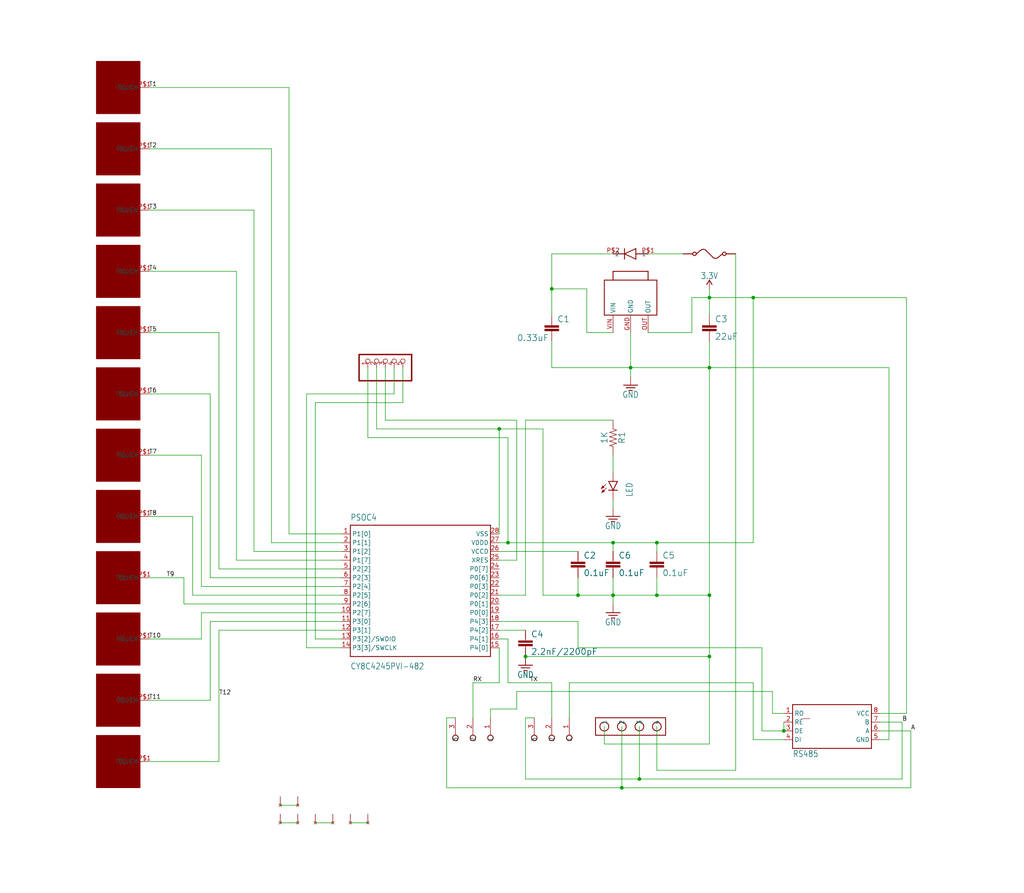
<source format=kicad_sch>
(kicad_sch (version 20230121) (generator eeschema)
  (paper "User" 297.002 259.156)
  (lib_symbols
    (symbol "mathrax-touch-eagle-import:0.1UF-0603-25V-(+80/-20%)"
      (property "Reference" "C" (at 1.524 2.921 0))
      (symbol "0.1UF-0603-25V-(+80/-20%)_1_0"
        (rectangle (start -2.032 0.508) (end 2.032 1.016) (fill (type outline)))
        (rectangle (start -2.032 1.524) (end 2.032 2.032) (fill (type outline)))
        (polyline (pts (xy 0 0) (xy 0 0.508)) (stroke (width 0.1524)))
        (polyline (pts (xy 0 2.54) (xy 0 2.032)) (stroke (width 0.1524)))
        (pin passive line (at 0 5.08 270) (length 2.54) (name "1") (number "1"))
        (pin passive line (at 0 -2.54 90) (length 2.54) (name "2") (number "2"))
      )
    )
    (symbol "mathrax-touch-eagle-import:0.1UF-3216"
      (property "Reference" "C" (at 1.524 2.921 0))
      (symbol "0.1UF-3216_1_0"
        (rectangle (start -2.032 0.508) (end 2.032 1.016) (fill (type outline)))
        (rectangle (start -2.032 1.524) (end 2.032 2.032) (fill (type outline)))
        (polyline (pts (xy 0 0) (xy 0 0.508)) (stroke (width 0.1524)))
        (polyline (pts (xy 0 2.54) (xy 0 2.032)) (stroke (width 0.1524)))
        (pin passive line (at 0 5.08 270) (length 2.54) (name "1") (number "P$1"))
        (pin passive line (at 0 -2.54 90) (length 2.54) (name "2") (number "P$2"))
      )
    )
    (symbol "mathrax-touch-eagle-import:1KOHM-0603-1/10W-1%"
      (property "Reference" "R" (at 0 1.524 0))
      (symbol "1KOHM-0603-1/10W-1%_1_0"
        (polyline (pts (xy -2.54 0) (xy -2.159 1.016)) (stroke (width 0.1524)))
        (polyline (pts (xy -2.159 1.016) (xy -1.524 -1.016)) (stroke (width 0.1524)))
        (polyline (pts (xy -1.524 -1.016) (xy -0.889 1.016)) (stroke (width 0.1524)))
        (polyline (pts (xy -0.889 1.016) (xy -0.254 -1.016)) (stroke (width 0.1524)))
        (polyline (pts (xy -0.254 -1.016) (xy 0.381 1.016)) (stroke (width 0.1524)))
        (polyline (pts (xy 0.381 1.016) (xy 1.016 -1.016)) (stroke (width 0.1524)))
        (polyline (pts (xy 1.016 -1.016) (xy 1.651 1.016)) (stroke (width 0.1524)))
        (polyline (pts (xy 1.651 1.016) (xy 2.286 -1.016)) (stroke (width 0.1524)))
        (polyline (pts (xy 2.286 -1.016) (xy 2.54 0)) (stroke (width 0.1524)))
        (pin passive line (at -5.08 0 0) (length 2.54) (name "1") (number "1"))
        (pin passive line (at 5.08 0 180) (length 2.54) (name "2") (number "2"))
      )
    )
    (symbol "mathrax-touch-eagle-import:2.2NF/2200PF-0603-50V-10%"
      (property "Reference" "C" (at 1.524 2.921 0))
      (symbol "2.2NF/2200PF-0603-50V-10%_1_0"
        (rectangle (start -2.032 0.508) (end 2.032 1.016) (fill (type outline)))
        (rectangle (start -2.032 1.524) (end 2.032 2.032) (fill (type outline)))
        (polyline (pts (xy 0 0) (xy 0 0.508)) (stroke (width 0.1524)))
        (polyline (pts (xy 0 2.54) (xy 0 2.032)) (stroke (width 0.1524)))
        (pin passive line (at 0 5.08 270) (length 2.54) (name "1") (number "1"))
        (pin passive line (at 0 -2.54 90) (length 2.54) (name "2") (number "2"))
      )
    )
    (symbol "mathrax-touch-eagle-import:22UF-1210-16V-20%"
      (property "Reference" "C" (at 1.524 2.921 0))
      (symbol "22UF-1210-16V-20%_1_0"
        (rectangle (start -2.032 0.508) (end 2.032 1.016) (fill (type outline)))
        (rectangle (start -2.032 1.524) (end 2.032 2.032) (fill (type outline)))
        (polyline (pts (xy 0 0) (xy 0 0.508)) (stroke (width 0.1524)))
        (polyline (pts (xy 0 2.54) (xy 0 2.032)) (stroke (width 0.1524)))
        (pin passive line (at 0 5.08 270) (length 2.54) (name "1") (number "1"))
        (pin passive line (at 0 -2.54 90) (length 2.54) (name "2") (number "2"))
      )
    )
    (symbol "mathrax-touch-eagle-import:3.3V" (power)
      (property "Value" "3.3V" (at 0 2.794 0))
      (symbol "3.3V_1_0"
        (polyline (pts (xy 0 2.54) (xy -0.762 1.27)) (stroke (width 0.254)))
        (polyline (pts (xy 0.762 1.27) (xy 0 2.54)) (stroke (width 0.254)))
        (pin power_in line (at 0 0 90) (length 2.54) (name "3.3V") (number "1"))
      )
    )
    (symbol "mathrax-touch-eagle-import:CY8C4245PVI-482-28"
      (property "Reference" "IC" (at -20.32 19.05 0))
      (symbol "CY8C4245PVI-482-28_1_0"
        (polyline (pts (xy -20.32 -20.32) (xy -20.32 17.78)) (stroke (width 0.254)))
        (polyline (pts (xy -20.32 17.78) (xy 20.32 17.78)) (stroke (width 0.254)))
        (polyline (pts (xy 20.32 -20.32) (xy -20.32 -20.32)) (stroke (width 0.254)))
        (polyline (pts (xy 20.32 17.78) (xy 20.32 -20.32)) (stroke (width 0.254)))
        (pin bidirectional line (at -22.86 15.24 0) (length 2.54) (name "P1[0]") (number "1"))
        (pin bidirectional line (at -22.86 -7.62 0) (length 2.54) (name "P2[7]") (number "10"))
        (pin bidirectional line (at -22.86 -10.16 0) (length 2.54) (name "P3[0]") (number "11"))
        (pin bidirectional line (at -22.86 -12.7 0) (length 2.54) (name "P3[1]") (number "12"))
        (pin bidirectional line (at -22.86 -15.24 0) (length 2.54) (name "P3[2]/SWDIO") (number "13"))
        (pin power_in line (at -22.86 -17.78 0) (length 2.54) (name "P3[3]/SWCLK") (number "14"))
        (pin bidirectional line (at 22.86 -17.78 180) (length 2.54) (name "P4[0]") (number "15"))
        (pin bidirectional line (at 22.86 -15.24 180) (length 2.54) (name "P4[1]") (number "16"))
        (pin bidirectional line (at 22.86 -12.7 180) (length 2.54) (name "P4[2]") (number "17"))
        (pin bidirectional line (at 22.86 -10.16 180) (length 2.54) (name "P4[3]") (number "18"))
        (pin input line (at 22.86 -7.62 180) (length 2.54) (name "P0[0]") (number "19"))
        (pin bidirectional line (at -22.86 12.7 0) (length 2.54) (name "P1[1]") (number "2"))
        (pin bidirectional line (at 22.86 -5.08 180) (length 2.54) (name "P0[1]") (number "20"))
        (pin bidirectional line (at 22.86 -2.54 180) (length 2.54) (name "P0[2]") (number "21"))
        (pin bidirectional line (at 22.86 0 180) (length 2.54) (name "P0[3]") (number "22"))
        (pin bidirectional line (at 22.86 2.54 180) (length 2.54) (name "P0[6]") (number "23"))
        (pin bidirectional line (at 22.86 5.08 180) (length 2.54) (name "P0[7]") (number "24"))
        (pin bidirectional line (at 22.86 7.62 180) (length 2.54) (name "XRES") (number "25"))
        (pin bidirectional line (at 22.86 10.16 180) (length 2.54) (name "VCCD") (number "26"))
        (pin bidirectional line (at 22.86 12.7 180) (length 2.54) (name "VDDD") (number "27"))
        (pin power_in line (at 22.86 15.24 180) (length 2.54) (name "VSS") (number "28"))
        (pin bidirectional line (at -22.86 10.16 0) (length 2.54) (name "P1[2]") (number "3"))
        (pin bidirectional line (at -22.86 7.62 0) (length 2.54) (name "P1[7]") (number "4"))
        (pin bidirectional line (at -22.86 5.08 0) (length 2.54) (name "P2[2]") (number "5"))
        (pin bidirectional line (at -22.86 2.54 0) (length 2.54) (name "P2[3]") (number "6"))
        (pin bidirectional line (at -22.86 0 0) (length 2.54) (name "P2[4]") (number "7"))
        (pin bidirectional line (at -22.86 -2.54 0) (length 2.54) (name "P2[5]") (number "8"))
        (pin power_in line (at -22.86 -5.08 0) (length 2.54) (name "P2[6]") (number "9"))
      )
    )
    (symbol "mathrax-touch-eagle-import:DIODE-SS2040L"
      (symbol "DIODE-SS2040L_1_0"
        (polyline (pts (xy -5.08 0) (xy -1.524 0)) (stroke (width 0.254)))
        (polyline (pts (xy -1.524 -1.524) (xy -1.524 0)) (stroke (width 0.254)))
        (polyline (pts (xy -1.524 0) (xy -1.524 1.524)) (stroke (width 0.254)))
        (polyline (pts (xy -1.524 1.524) (xy 1.778 0)) (stroke (width 0.254)))
        (polyline (pts (xy 1.778 0) (xy -1.524 -1.524)) (stroke (width 0.254)))
        (polyline (pts (xy 1.778 0) (xy 1.778 -1.524)) (stroke (width 0.254)))
        (polyline (pts (xy 1.778 0) (xy 5.08 0)) (stroke (width 0.254)))
        (polyline (pts (xy 1.778 1.524) (xy 1.778 0)) (stroke (width 0.254)))
        (pin bidirectional line (at -5.08 0 0) (length 0) (name "1") (number "P$1"))
        (pin bidirectional line (at 5.08 0 180) (length 0) (name "2") (number "P$2"))
      )
    )
    (symbol "mathrax-touch-eagle-import:EH4-UART"
      (symbol "EH4-UART_1_0"
        (circle (center -7.62 0) (radius 1.2951) (stroke (width 0.254)))
        (circle (center -2.54 0) (radius 1.27) (stroke (width 0.254)))
        (polyline (pts (xy -10.16 -2.54) (xy -10.16 2.54)) (stroke (width 0.254)))
        (polyline (pts (xy -10.16 2.54) (xy 10.16 2.54)) (stroke (width 0.254)))
        (polyline (pts (xy 10.16 -2.54) (xy -10.16 -2.54)) (stroke (width 0.254)))
        (polyline (pts (xy 10.16 2.54) (xy 10.16 -2.54)) (stroke (width 0.254)))
        (circle (center 2.54 0) (radius 1.27) (stroke (width 0.254)))
        (circle (center 7.62 0) (radius 1.27) (stroke (width 0.254)))
        (pin bidirectional line (at -7.62 0 90) (length 0) (name "1") (number "1"))
        (pin bidirectional line (at -2.54 0 90) (length 0) (name "2") (number "2"))
        (pin bidirectional line (at 2.54 0 90) (length 0) (name "3") (number "3"))
        (pin bidirectional line (at 7.62 0 90) (length 0) (name "4") (number "4"))
      )
    )
    (symbol "mathrax-touch-eagle-import:GND" (power)
      (property "Value" "GND" (at 0 -1.778 0))
      (symbol "GND_1_0"
        (polyline (pts (xy -2.032 0) (xy 2.032 0)) (stroke (width 0.254)))
        (polyline (pts (xy -1.27 -0.762) (xy 1.27 -0.762)) (stroke (width 0.254)))
        (polyline (pts (xy -0.508 -1.524) (xy 0.508 -1.524)) (stroke (width 0.254)))
        (pin power_in line (at 0 2.54 270) (length 2.54) (name "GND") (number "1"))
      )
    )
    (symbol "mathrax-touch-eagle-import:JUMPER"
      (symbol "JUMPER_1_0"
        (circle (center -5.08 3.302) (radius 0.8032) (stroke (width 0.254)))
        (circle (center 0 3.302) (radius 0.8032) (stroke (width 0.254)))
        (circle (center 5.08 3.302) (radius 0.8032) (stroke (width 0.254)))
        (pin bidirectional line (at -5.08 -2.54 90) (length 5.08) (name "1") (number "1"))
        (pin bidirectional line (at 0 -2.54 90) (length 5.08) (name "2") (number "2"))
        (pin bidirectional line (at 5.08 -2.54 90) (length 5.08) (name "3") (number "3"))
      )
    )
    (symbol "mathrax-touch-eagle-import:LEDCHIPLED_0805"
      (property "Reference" "LED" (at 3.556 -4.572 90))
      (symbol "LEDCHIPLED_0805_1_0"
        (polyline (pts (xy -2.032 -0.762) (xy -3.429 -2.159)) (stroke (width 0.1524)))
        (polyline (pts (xy -1.905 -1.905) (xy -3.302 -3.302)) (stroke (width 0.1524)))
        (polyline (pts (xy 0 -2.54) (xy -1.27 -2.54)) (stroke (width 0.254)))
        (polyline (pts (xy 0 -2.54) (xy -1.27 0)) (stroke (width 0.254)))
        (polyline (pts (xy 0 0) (xy -1.27 0)) (stroke (width 0.254)))
        (polyline (pts (xy 1.27 -2.54) (xy 0 -2.54)) (stroke (width 0.254)))
        (polyline (pts (xy 1.27 0) (xy 0 -2.54)) (stroke (width 0.254)))
        (polyline (pts (xy 1.27 0) (xy 0 0)) (stroke (width 0.254)))
        (polyline (pts (xy -3.429 -2.159) (xy -3.048 -1.27) (xy -2.54 -1.778)) (stroke (width 0.1524)) (fill (type outline)))
        (polyline (pts (xy -3.302 -3.302) (xy -2.921 -2.413) (xy -2.413 -2.921)) (stroke (width 0.1524)) (fill (type outline)))
        (pin passive line (at 0 2.54 270) (length 2.54) (name "A") (number "A"))
        (pin passive line (at 0 -5.08 90) (length 2.54) (name "C") (number "C"))
      )
    )
    (symbol "mathrax-touch-eagle-import:M-LOGO"
      (symbol "M-LOGO_1_0"
        (pin no_connect line (at -2.54 0 90) (length 2.54) (name "1") (number "P$1"))
        (pin no_connect line (at 2.54 0 90) (length 2.54) (name "2") (number "P$2"))
      )
    )
    (symbol "mathrax-touch-eagle-import:MATHRAX-LOGO"
      (symbol "MATHRAX-LOGO_1_0"
        (pin no_connect line (at -12.7 0 90) (length 2.54) (name "1") (number "1"))
        (pin no_connect line (at -7.62 0 90) (length 2.54) (name "2") (number "2"))
        (pin no_connect line (at -2.54 0 90) (length 2.54) (name "3") (number "3"))
        (pin no_connect line (at 2.54 0 90) (length 2.54) (name "4") (number "4"))
        (pin no_connect line (at 7.62 0 90) (length 2.54) (name "5") (number "5"))
        (pin no_connect line (at 12.7 0 90) (length 2.54) (name "6") (number "6"))
      )
    )
    (symbol "mathrax-touch-eagle-import:PINHEADER-5"
      (symbol "PINHEADER-5_1_0"
        (polyline (pts (xy -3.81 -7.62) (xy 3.81 -7.62)) (stroke (width 0.4064)))
        (polyline (pts (xy -3.81 7.62) (xy -3.81 -7.62)) (stroke (width 0.4064)))
        (polyline (pts (xy 3.81 -7.62) (xy 3.81 7.62)) (stroke (width 0.4064)))
        (polyline (pts (xy 3.81 7.62) (xy -3.81 7.62)) (stroke (width 0.4064)))
        (pin passive inverted (at 0 5.08 0) (length 2.54) (name "1") (number "1"))
        (pin passive inverted (at 0 2.54 0) (length 2.54) (name "2") (number "2"))
        (pin passive inverted (at 0 0 0) (length 2.54) (name "3") (number "3"))
        (pin passive inverted (at 0 -2.54 0) (length 2.54) (name "4") (number "4"))
        (pin passive inverted (at 0 -5.08 0) (length 2.54) (name "5") (number "5"))
      )
    )
    (symbol "mathrax-touch-eagle-import:POLY-SWITCH-HUSE"
      (symbol "POLY-SWITCH-HUSE_1_0"
        (circle (center -4.318 0) (radius 0.508) (stroke (width 0.254)))
        (arc (start -1.0159 1.0159) (mid -1.7779 1.3316) (end -2.54 1.016) (stroke (width 0.254)))
        (polyline (pts (xy -4.826 0) (xy -7.62 0)) (stroke (width 0.254)))
        (polyline (pts (xy -3.81 0) (xy -2.54 1.016)) (stroke (width 0.254)))
        (polyline (pts (xy -1.016 1.016) (xy 1.016 -1.016)) (stroke (width 0.254)))
        (polyline (pts (xy 2.54 -1.016) (xy 3.81 0)) (stroke (width 0.254)))
        (polyline (pts (xy 7.62 0) (xy 4.826 0)) (stroke (width 0.254)))
        (arc (start 1.0159 -1.0159) (mid 1.7779 -1.3316) (end 2.54 -1.016) (stroke (width 0.254)))
        (circle (center 4.318 0) (radius 0.508) (stroke (width 0.254)))
        (pin bidirectional line (at -7.62 0 0) (length 0) (name "P$1") (number "1"))
        (pin bidirectional line (at 7.62 0 180) (length 0) (name "P$2") (number "2"))
      )
    )
    (symbol "mathrax-touch-eagle-import:REGULATOR-TO252-3"
      (symbol "REGULATOR-TO252-3_1_0"
        (polyline (pts (xy -7.62 -5.08) (xy 7.62 -5.08)) (stroke (width 0.254)))
        (polyline (pts (xy -7.62 5.08) (xy -7.62 -5.08)) (stroke (width 0.254)))
        (polyline (pts (xy -5.08 5.08) (xy -7.62 5.08)) (stroke (width 0.254)))
        (polyline (pts (xy -5.08 5.08) (xy -5.08 7.62)) (stroke (width 0.254)))
        (polyline (pts (xy -5.08 7.62) (xy 5.08 7.62)) (stroke (width 0.254)))
        (polyline (pts (xy 5.08 5.08) (xy -5.08 5.08)) (stroke (width 0.254)))
        (polyline (pts (xy 5.08 7.62) (xy 5.08 5.08)) (stroke (width 0.254)))
        (polyline (pts (xy 7.62 -5.08) (xy 7.62 5.08)) (stroke (width 0.254)))
        (polyline (pts (xy 7.62 5.08) (xy 5.08 5.08)) (stroke (width 0.254)))
        (pin bidirectional line (at 0 -10.16 90) (length 5.08) (name "GND") (number "GND"))
        (pin bidirectional line (at 5.08 -10.16 90) (length 5.08) (name "OUT") (number "OUT"))
        (pin bidirectional line (at -5.08 -10.16 90) (length 5.08) (name "VIN") (number "VIN"))
      )
    )
    (symbol "mathrax-touch-eagle-import:RS485"
      (symbol "RS485_1_0"
        (polyline (pts (xy -11.43 -6.35) (xy -11.43 6.35)) (stroke (width 0.254)))
        (polyline (pts (xy -11.43 6.35) (xy 11.43 6.35)) (stroke (width 0.254)))
        (polyline (pts (xy -8.89 2.286) (xy -6.35 2.286)) (stroke (width 0.127)))
        (polyline (pts (xy 11.43 -6.35) (xy -11.43 -6.35)) (stroke (width 0.254)))
        (polyline (pts (xy 11.43 6.35) (xy 11.43 -6.35)) (stroke (width 0.254)))
        (pin bidirectional line (at -13.97 3.81 0) (length 2.54) (name "RO") (number "1"))
        (pin bidirectional line (at -13.97 1.27 0) (length 2.54) (name "RE") (number "2"))
        (pin bidirectional line (at -13.97 -1.27 0) (length 2.54) (name "DE") (number "3"))
        (pin bidirectional line (at -13.97 -3.81 0) (length 2.54) (name "DI") (number "4"))
        (pin bidirectional line (at 13.97 -3.81 180) (length 2.54) (name "GND") (number "5"))
        (pin bidirectional line (at 13.97 -1.27 180) (length 2.54) (name "A") (number "6"))
        (pin bidirectional line (at 13.97 1.27 180) (length 2.54) (name "B") (number "7"))
        (pin bidirectional line (at 13.97 3.81 180) (length 2.54) (name "VCC") (number "8"))
      )
    )
    (symbol "mathrax-touch-eagle-import:TOUCH-PTN-1"
      (symbol "TOUCH-PTN-1_1_0"
        (rectangle (start -7.62 2.54) (end 7.62 15.24) (fill (type outline)))
        (pin bidirectional line (at 0 0 90) (length 2.54) (name "TOUCH") (number "P$1"))
      )
    )
    (symbol "mathrax-touch-eagle-import:TOUCH-PTN-2"
      (symbol "TOUCH-PTN-2_1_0"
        (rectangle (start -7.62 2.54) (end 7.62 15.24) (fill (type outline)))
        (pin bidirectional line (at 0 0 90) (length 2.54) (name "TOUCH") (number "P$1"))
      )
    )
    (symbol "mathrax-touch-eagle-import:TOUCH-PTN-3"
      (symbol "TOUCH-PTN-3_1_0"
        (rectangle (start -7.62 2.54) (end 7.62 15.24) (fill (type outline)))
        (pin bidirectional line (at 0 0 90) (length 2.54) (name "TOUCH") (number "P$1"))
      )
    )
  )
  (junction (at 147.32 157.48))
  (junction (at 144.78 124.46))
  (junction (at 205.74 86.36))
  (junction (at 190.5 172.72))
  (junction (at 190.5 157.48))
  (junction (at 167.64 172.72))
  (junction (at 205.74 190.5))
  (junction (at 205.74 172.72))
  (junction (at 182.88 106.68))
  (junction (at 177.8 157.48))
  (junction (at 152.4 190.5))
  (junction (at 205.74 106.68))
  (junction (at 160.02 83.82))
  (junction (at 218.44 86.36))
  (junction (at 177.8 172.72))
  (junction (at 185.42 226.06))
  (junction (at 227.33 212.09))
  (junction (at 180.34 228.6))
  (wire (pts (xy 99.06 175.26) (xy 53.34 175.26)) (stroke (width 0.1524)))
  (wire (pts (xy 99.06 177.8) (xy 58.42 177.8)) (stroke (width 0.1524)))
  (wire (pts (xy 63.5 96.52) (xy 43.18 96.52)) (stroke (width 0.1524)))
  (wire (pts (xy 43.18 220.98) (xy 63.5 220.98)) (stroke (width 0.1524)))
  (wire (pts (xy 177.8 172.72) (xy 190.5 172.72)) (stroke (width 0.1524)))
  (wire (pts (xy 261.62 209.55) (xy 261.62 226.06)) (stroke (width 0.1524)))
  (wire (pts (xy 177.8 172.72) (xy 177.8 175.26)) (stroke (width 0.1524)))
  (wire (pts (xy 218.44 86.36) (xy 262.89 86.36)) (stroke (width 0.1524)))
  (wire (pts (xy 152.4 208.28) (xy 152.4 226.06)) (stroke (width 0.1524)))
  (wire (pts (xy 149.86 162.56) (xy 144.78 162.56)) (stroke (width 0.1524)))
  (wire (pts (xy 167.64 187.96) (xy 220.98 187.96)) (stroke (width 0.1524)))
  (wire (pts (xy 264.16 212.09) (xy 255.27 212.09)) (stroke (width 0.1524)))
  (wire (pts (xy 218.44 86.36) (xy 218.44 157.48)) (stroke (width 0.1524)))
  (wire (pts (xy 114.3 106.68) (xy 114.3 114.3)) (stroke (width 0.1524)))
  (wire (pts (xy 129.54 208.28) (xy 129.54 228.6)) (stroke (width 0.1524)))
  (wire (pts (xy 157.48 124.46) (xy 157.48 172.72)) (stroke (width 0.1524)))
  (wire (pts (xy 144.78 124.46) (xy 109.22 124.46)) (stroke (width 0.1524)))
  (wire (pts (xy 91.44 185.42) (xy 91.44 116.84)) (stroke (width 0.1524)))
  (wire (pts (xy 137.16 198.12) (xy 144.78 198.12)) (stroke (width 0.1524)))
  (wire (pts (xy 78.74 43.18) (xy 78.74 157.48)) (stroke (width 0.1524)))
  (wire (pts (xy 167.64 180.34) (xy 167.64 187.96)) (stroke (width 0.1524)))
  (wire (pts (xy 73.66 60.96) (xy 73.66 160.02)) (stroke (width 0.1524)))
  (wire (pts (xy 149.86 121.92) (xy 149.86 162.56)) (stroke (width 0.1524)))
  (wire (pts (xy 190.5 223.52) (xy 213.36 223.52)) (stroke (width 0.1524)))
  (wire (pts (xy 257.81 106.68) (xy 205.74 106.68)) (stroke (width 0.1524)))
  (wire (pts (xy 81.28 233.68) (xy 86.36 233.68)) (stroke (width 0.1524)))
  (wire (pts (xy 83.82 154.94) (xy 83.82 25.4)) (stroke (width 0.1524)))
  (wire (pts (xy 144.78 180.34) (xy 167.64 180.34)) (stroke (width 0.1524)))
  (wire (pts (xy 99.06 185.42) (xy 91.44 185.42)) (stroke (width 0.1524)))
  (wire (pts (xy 205.74 190.5) (xy 205.74 172.72)) (stroke (width 0.1524)))
  (wire (pts (xy 91.44 238.76) (xy 96.52 238.76)) (stroke (width 0.1524)))
  (wire (pts (xy 144.78 185.42) (xy 147.32 185.42)) (stroke (width 0.1524)))
  (wire (pts (xy 177.8 144.78) (xy 177.8 147.32)) (stroke (width 0.1524)))
  (wire (pts (xy 144.78 187.96) (xy 144.78 198.12)) (stroke (width 0.1524)))
  (wire (pts (xy 88.9 114.3) (xy 88.9 187.96)) (stroke (width 0.1524)))
  (wire (pts (xy 261.62 226.06) (xy 185.42 226.06)) (stroke (width 0.1524)))
  (wire (pts (xy 227.33 209.55) (xy 227.33 212.09)) (stroke (width 0.1524)))
  (wire (pts (xy 60.96 203.2) (xy 43.18 203.2)) (stroke (width 0.1524)))
  (wire (pts (xy 224.028 207.01) (xy 227.33 207.01)) (stroke (width 0.1524)))
  (wire (pts (xy 58.42 132.08) (xy 43.18 132.08)) (stroke (width 0.1524)))
  (wire (pts (xy 157.48 172.72) (xy 167.64 172.72)) (stroke (width 0.1524)))
  (wire (pts (xy 160.02 83.82) (xy 160.02 91.44)) (stroke (width 0.1524)))
  (wire (pts (xy 255.27 214.63) (xy 257.81 214.63)) (stroke (width 0.1524)))
  (wire (pts (xy 43.18 114.3) (xy 60.96 114.3)) (stroke (width 0.1524)))
  (wire (pts (xy 106.68 127) (xy 147.32 127)) (stroke (width 0.1524)))
  (wire (pts (xy 218.44 157.48) (xy 190.5 157.48)) (stroke (width 0.1524)))
  (wire (pts (xy 99.06 160.02) (xy 73.66 160.02)) (stroke (width 0.1524)))
  (wire (pts (xy 60.96 114.3) (xy 60.96 167.64)) (stroke (width 0.1524)))
  (wire (pts (xy 175.26 210.82) (xy 175.26 215.9)) (stroke (width 0.1524)))
  (wire (pts (xy 224.028 200.66) (xy 224.028 207.01)) (stroke (width 0.1524)))
  (wire (pts (xy 43.18 149.86) (xy 55.88 149.86)) (stroke (width 0.1524)))
  (wire (pts (xy 144.78 124.46) (xy 157.48 124.46)) (stroke (width 0.1524)))
  (wire (pts (xy 177.8 157.48) (xy 190.5 157.48)) (stroke (width 0.1524)))
  (wire (pts (xy 257.81 214.63) (xy 257.81 106.68)) (stroke (width 0.1524)))
  (wire (pts (xy 160.02 198.12) (xy 160.02 208.28)) (stroke (width 0.1524)))
  (wire (pts (xy 182.88 96.52) (xy 182.88 106.68)) (stroke (width 0.1524)))
  (wire (pts (xy 99.06 162.56) (xy 68.58 162.56)) (stroke (width 0.1524)))
  (wire (pts (xy 55.88 149.86) (xy 55.88 172.72)) (stroke (width 0.1524)))
  (wire (pts (xy 91.44 116.84) (xy 116.84 116.84)) (stroke (width 0.1524)))
  (wire (pts (xy 111.76 106.68) (xy 111.76 121.92)) (stroke (width 0.1524)))
  (wire (pts (xy 144.78 182.88) (xy 152.4 182.88)) (stroke (width 0.1524)))
  (wire (pts (xy 205.74 215.9) (xy 205.74 190.5)) (stroke (width 0.1524)))
  (wire (pts (xy 154.94 208.28) (xy 152.4 208.28)) (stroke (width 0.1524)))
  (wire (pts (xy 218.44 198.12) (xy 218.44 214.63)) (stroke (width 0.1524)))
  (wire (pts (xy 116.84 116.84) (xy 116.84 106.68)) (stroke (width 0.1524)))
  (wire (pts (xy 99.06 180.34) (xy 60.96 180.34)) (stroke (width 0.1524)))
  (wire (pts (xy 78.74 43.18) (xy 43.18 43.18)) (stroke (width 0.1524)))
  (wire (pts (xy 190.5 210.82) (xy 190.5 223.52)) (stroke (width 0.1524)))
  (wire (pts (xy 147.32 127) (xy 147.32 157.48)) (stroke (width 0.1524)))
  (wire (pts (xy 55.88 172.72) (xy 99.06 172.72)) (stroke (width 0.1524)))
  (wire (pts (xy 180.34 210.82) (xy 180.34 228.6)) (stroke (width 0.1524)))
  (wire (pts (xy 205.74 172.72) (xy 205.74 106.68)) (stroke (width 0.1524)))
  (wire (pts (xy 218.44 214.63) (xy 227.33 214.63)) (stroke (width 0.1524)))
  (wire (pts (xy 160.02 99.06) (xy 160.02 106.68)) (stroke (width 0.1524)))
  (wire (pts (xy 177.8 96.52) (xy 170.18 96.52)) (stroke (width 0.1524)))
  (wire (pts (xy 142.24 205.74) (xy 149.86 205.74)) (stroke (width 0.1524)))
  (wire (pts (xy 144.78 172.72) (xy 152.4 172.72)) (stroke (width 0.1524)))
  (wire (pts (xy 177.8 157.48) (xy 177.8 160.02)) (stroke (width 0.1524)))
  (wire (pts (xy 63.5 165.1) (xy 99.06 165.1)) (stroke (width 0.1524)))
  (wire (pts (xy 170.18 96.52) (xy 170.18 83.82)) (stroke (width 0.1524)))
  (wire (pts (xy 68.58 78.74) (xy 43.18 78.74)) (stroke (width 0.1524)))
  (wire (pts (xy 177.8 167.64) (xy 177.8 172.72)) (stroke (width 0.1524)))
  (wire (pts (xy 147.32 157.48) (xy 144.78 157.48)) (stroke (width 0.1524)))
  (wire (pts (xy 198.12 73.66) (xy 187.96 73.66)) (stroke (width 0.1524)))
  (wire (pts (xy 190.5 172.72) (xy 205.74 172.72)) (stroke (width 0.1524)))
  (wire (pts (xy 142.24 208.28) (xy 142.24 205.74)) (stroke (width 0.1524)))
  (wire (pts (xy 149.86 200.66) (xy 224.028 200.66)) (stroke (width 0.1524)))
  (wire (pts (xy 53.34 167.64) (xy 43.18 167.64)) (stroke (width 0.1524)))
  (wire (pts (xy 165.1 208.28) (xy 165.1 198.12)) (stroke (width 0.1524)))
  (wire (pts (xy 152.4 190.5) (xy 205.74 190.5)) (stroke (width 0.1524)))
  (wire (pts (xy 177.8 73.66) (xy 160.02 73.66)) (stroke (width 0.1524)))
  (wire (pts (xy 152.4 226.06) (xy 185.42 226.06)) (stroke (width 0.1524)))
  (wire (pts (xy 63.5 165.1) (xy 63.5 96.52)) (stroke (width 0.1524)))
  (wire (pts (xy 132.08 208.28) (xy 129.54 208.28)) (stroke (width 0.1524)))
  (wire (pts (xy 99.06 182.88) (xy 63.5 182.88)) (stroke (width 0.1524)))
  (wire (pts (xy 177.8 132.08) (xy 177.8 137.16)) (stroke (width 0.1524)))
  (wire (pts (xy 205.74 86.36) (xy 218.44 86.36)) (stroke (width 0.1524)))
  (wire (pts (xy 264.16 228.6) (xy 264.16 212.09)) (stroke (width 0.1524)))
  (wire (pts (xy 160.02 106.68) (xy 182.88 106.68)) (stroke (width 0.1524)))
  (wire (pts (xy 165.1 198.12) (xy 218.44 198.12)) (stroke (width 0.1524)))
  (wire (pts (xy 190.5 167.64) (xy 190.5 172.72)) (stroke (width 0.1524)))
  (wire (pts (xy 109.22 124.46) (xy 109.22 106.68)) (stroke (width 0.1524)))
  (wire (pts (xy 147.32 157.48) (xy 177.8 157.48)) (stroke (width 0.1524)))
  (wire (pts (xy 205.74 86.36) (xy 205.74 91.44)) (stroke (width 0.1524)))
  (wire (pts (xy 88.9 187.96) (xy 99.06 187.96)) (stroke (width 0.1524)))
  (wire (pts (xy 182.88 106.68) (xy 182.88 109.22)) (stroke (width 0.1524)))
  (wire (pts (xy 200.66 96.52) (xy 200.66 86.36)) (stroke (width 0.1524)))
  (wire (pts (xy 68.58 162.56) (xy 68.58 78.74)) (stroke (width 0.1524)))
  (wire (pts (xy 137.16 208.28) (xy 137.16 198.12)) (stroke (width 0.1524)))
  (wire (pts (xy 149.86 205.74) (xy 149.86 200.66)) (stroke (width 0.1524)))
  (wire (pts (xy 114.3 114.3) (xy 88.9 114.3)) (stroke (width 0.1524)))
  (wire (pts (xy 185.42 226.06) (xy 185.42 210.82)) (stroke (width 0.1524)))
  (wire (pts (xy 262.89 207.01) (xy 255.27 207.01)) (stroke (width 0.1524)))
  (wire (pts (xy 220.98 212.09) (xy 227.33 212.09)) (stroke (width 0.1524)))
  (wire (pts (xy 167.64 160.02) (xy 144.78 160.02)) (stroke (width 0.1524)))
  (wire (pts (xy 63.5 220.98) (xy 63.5 182.88)) (stroke (width 0.1524)))
  (wire (pts (xy 58.42 170.18) (xy 99.06 170.18)) (stroke (width 0.1524)))
  (wire (pts (xy 152.4 121.92) (xy 177.8 121.92)) (stroke (width 0.1524)))
  (wire (pts (xy 167.64 167.64) (xy 167.64 172.72)) (stroke (width 0.1524)))
  (wire (pts (xy 205.74 83.82) (xy 205.74 86.36)) (stroke (width 0.1524)))
  (wire (pts (xy 60.96 167.64) (xy 99.06 167.64)) (stroke (width 0.1524)))
  (wire (pts (xy 167.64 172.72) (xy 177.8 172.72)) (stroke (width 0.1524)))
  (wire (pts (xy 83.82 25.4) (xy 43.18 25.4)) (stroke (width 0.1524)))
  (wire (pts (xy 144.78 154.94) (xy 144.78 124.46)) (stroke (width 0.1524)))
  (wire (pts (xy 43.18 185.42) (xy 58.42 185.42)) (stroke (width 0.1524)))
  (wire (pts (xy 262.89 86.36) (xy 262.89 207.01)) (stroke (width 0.1524)))
  (wire (pts (xy 175.26 215.9) (xy 205.74 215.9)) (stroke (width 0.1524)))
  (wire (pts (xy 160.02 73.66) (xy 160.02 83.82)) (stroke (width 0.1524)))
  (wire (pts (xy 60.96 180.34) (xy 60.96 203.2)) (stroke (width 0.1524)))
  (wire (pts (xy 99.06 154.94) (xy 83.82 154.94)) (stroke (width 0.1524)))
  (wire (pts (xy 147.32 198.12) (xy 160.02 198.12)) (stroke (width 0.1524)))
  (wire (pts (xy 205.74 106.68) (xy 182.88 106.68)) (stroke (width 0.1524)))
  (wire (pts (xy 58.42 185.42) (xy 58.42 177.8)) (stroke (width 0.1524)))
  (wire (pts (xy 190.5 157.48) (xy 190.5 160.02)) (stroke (width 0.1524)))
  (wire (pts (xy 255.27 209.55) (xy 261.62 209.55)) (stroke (width 0.1524)))
  (wire (pts (xy 147.32 185.42) (xy 147.32 198.12)) (stroke (width 0.1524)))
  (wire (pts (xy 205.74 99.06) (xy 205.74 106.68)) (stroke (width 0.1524)))
  (wire (pts (xy 111.76 121.92) (xy 149.86 121.92)) (stroke (width 0.1524)))
  (wire (pts (xy 152.4 172.72) (xy 152.4 121.92)) (stroke (width 0.1524)))
  (wire (pts (xy 106.68 106.68) (xy 106.68 127)) (stroke (width 0.1524)))
  (wire (pts (xy 73.66 60.96) (xy 43.18 60.96)) (stroke (width 0.1524)))
  (wire (pts (xy 200.66 86.36) (xy 205.74 86.36)) (stroke (width 0.1524)))
  (wire (pts (xy 53.34 175.26) (xy 53.34 167.64)) (stroke (width 0.1524)))
  (wire (pts (xy 78.74 157.48) (xy 99.06 157.48)) (stroke (width 0.1524)))
  (wire (pts (xy 101.6 238.76) (xy 106.68 238.76)) (stroke (width 0.1524)))
  (wire (pts (xy 213.36 223.52) (xy 213.36 73.66)) (stroke (width 0.1524)))
  (wire (pts (xy 81.28 238.76) (xy 86.36 238.76)) (stroke (width 0.1524)))
  (wire (pts (xy 160.02 83.82) (xy 170.18 83.82)) (stroke (width 0.1524)))
  (wire (pts (xy 58.42 170.18) (xy 58.42 132.08)) (stroke (width 0.1524)))
  (wire (pts (xy 180.34 228.6) (xy 129.54 228.6)) (stroke (width 0.1524)))
  (wire (pts (xy 220.98 187.96) (xy 220.98 212.09)) (stroke (width 0.1524)))
  (wire (pts (xy 187.96 96.52) (xy 200.66 96.52)) (stroke (width 0.1524)))
  (wire (pts (xy 180.34 228.6) (xy 264.16 228.6)) (stroke (width 0.1524)))
  (label "T12" (at 63.5 201.93 0) (effects (font (size 1.2446 1.2446))))
  (label "T3" (at 43.18 60.96 0) (effects (font (size 1.2446 1.2446))))
  (label "T9" (at 48.26 167.64 0) (effects (font (size 1.2446 1.2446))))
  (label "T4" (at 43.18 78.74 0) (effects (font (size 1.2446 1.2446))))
  (label "A" (at 264.16 212.09 0) (effects (font (size 1.2446 1.2446))))
  (label "T11" (at 43.18 203.2 0) (effects (font (size 1.2446 1.2446))))
  (label "TX" (at 153.67 198.12 0) (effects (font (size 1.2446 1.2446))))
  (label "T1" (at 43.18 25.4 0) (effects (font (size 1.2446 1.2446))))
  (label "T10" (at 43.18 185.42 0) (effects (font (size 1.2446 1.2446))))
  (label "B" (at 261.62 209.55 0) (effects (font (size 1.2446 1.2446))))
  (label "T5" (at 43.18 96.52 0) (effects (font (size 1.2446 1.2446))))
  (label "T6" (at 43.18 114.3 0) (effects (font (size 1.2446 1.2446))))
  (label "T2" (at 43.18 43.18 0) (effects (font (size 1.2446 1.2446))))
  (label "T8" (at 43.18 149.86 0) (effects (font (size 1.2446 1.2446))))
  (label "RX" (at 137.16 198.12 0) (effects (font (size 1.2446 1.2446))))
  (label "T7" (at 43.18 132.08 0) (effects (font (size 1.2446 1.2446))))
  (symbol (lib_id "mathrax-touch-eagle-import:TOUCH-PTN-2") (at 43.18 167.64 90) (unit 1)
    (property "Reference" "U$5" (effects hide))
    (property "Value" "TOUCH-PTN-2" (effects hide))
    (property "Footprint" "mathrax-touch:TOUCH-PTN2" (effects hide))
  )
  (symbol (lib_id "mathrax-touch-eagle-import:2.2NF/2200PF-0603-50V-10%") (at 152.4 187.96 0) (unit 1)
    (property "Reference" "C4" (at 153.924 185.039 0) (effects (font (size 1.778 1.778)) (justify left bottom)))
    (property "Value" "2.2nF/2200pF" (at 153.924 190.119 0) (effects (font (size 1.778 1.778)) (justify left bottom)))
    (property "Footprint" "mathrax-touch:0603" (effects hide))
  )
  (symbol (lib_id "mathrax-touch-eagle-import:M-LOGO") (at 83.82 233.68 0) (unit 1)
    (property "Reference" "U$25" (effects hide))
    (property "Value" "M-LOGO" (effects hide))
    (property "Footprint" "mathrax-touch:M-LOGO" (effects hide))
  )
  (symbol (lib_id "mathrax-touch-eagle-import:TOUCH-PTN-2") (at 43.18 78.74 90) (unit 1)
    (property "Reference" "U$18" (effects hide))
    (property "Value" "TOUCH-PTN-2" (effects hide))
    (property "Footprint" "mathrax-touch:TOUCH-PTN2" (effects hide))
  )
  (symbol (lib_id "mathrax-touch-eagle-import:GND") (at 182.88 111.76 0) (unit 1)
    (property "Reference" "#U$14" (effects hide))
    (property "Value" "GND" (at 182.88 113.538 0) (effects (font (size 1.778 1.5113)) (justify top)))
  )
  (symbol (lib_id "mathrax-touch-eagle-import:JUMPER") (at 160.02 210.82 180) (unit 1)
    (property "Reference" "U$23" (effects hide))
    (property "Value" "JUMPER" (effects hide))
    (property "Footprint" "mathrax-touch:JUMPER" (effects hide))
  )
  (symbol (lib_id "mathrax-touch-eagle-import:TOUCH-PTN-2") (at 43.18 43.18 90) (unit 1)
    (property "Reference" "U$20" (effects hide))
    (property "Value" "TOUCH-PTN-2" (effects hide))
    (property "Footprint" "mathrax-touch:TOUCH-PTN2" (effects hide))
  )
  (symbol (lib_id "mathrax-touch-eagle-import:TOUCH-PTN-3") (at 43.18 220.98 90) (unit 1)
    (property "Reference" "U$2" (effects hide))
    (property "Value" "TOUCH-PTN-3" (effects hide))
    (property "Footprint" "mathrax-touch:TOUCH-PTN3" (effects hide))
  )
  (symbol (lib_id "mathrax-touch-eagle-import:TOUCH-PTN-1") (at 43.18 25.4 90) (unit 1)
    (property "Reference" "U$21" (effects hide))
    (property "Value" "TOUCH-PTN-1" (effects hide))
    (property "Footprint" "mathrax-touch:TOUCH-PTN1" (effects hide))
  )
  (symbol (lib_id "mathrax-touch-eagle-import:GND") (at 177.8 149.86 0) (unit 1)
    (property "Reference" "#U$10" (effects hide))
    (property "Value" "GND" (at 177.8 151.638 0) (effects (font (size 1.778 1.5113)) (justify top)))
  )
  (symbol (lib_id "mathrax-touch-eagle-import:TOUCH-PTN-2") (at 43.18 149.86 90) (unit 1)
    (property "Reference" "U$6" (effects hide))
    (property "Value" "TOUCH-PTN-2" (effects hide))
    (property "Footprint" "mathrax-touch:TOUCH-PTN2" (effects hide))
  )
  (symbol (lib_id "mathrax-touch-eagle-import:0.1UF-0603-25V-(+80/-20%)") (at 190.5 165.1 0) (unit 1)
    (property "Reference" "C5" (at 192.024 162.179 0) (effects (font (size 1.778 1.778)) (justify left bottom)))
    (property "Value" "0.1uF" (at 192.024 167.259 0) (effects (font (size 1.778 1.778)) (justify left bottom)))
    (property "Footprint" "mathrax-touch:0603" (effects hide))
  )
  (symbol (lib_id "mathrax-touch-eagle-import:TOUCH-PTN-2") (at 43.18 60.96 90) (unit 1)
    (property "Reference" "U$19" (effects hide))
    (property "Value" "TOUCH-PTN-2" (effects hide))
    (property "Footprint" "mathrax-touch:TOUCH-PTN2" (effects hide))
  )
  (symbol (lib_id "mathrax-touch-eagle-import:JUMPER") (at 137.16 210.82 180) (unit 1)
    (property "Reference" "U$24" (effects hide))
    (property "Value" "JUMPER" (effects hide))
    (property "Footprint" "mathrax-touch:JUMPER" (effects hide))
  )
  (symbol (lib_id "mathrax-touch-eagle-import:TOUCH-PTN-2") (at 43.18 132.08 90) (unit 1)
    (property "Reference" "U$7" (effects hide))
    (property "Value" "TOUCH-PTN-2" (effects hide))
    (property "Footprint" "mathrax-touch:TOUCH-PTN2" (effects hide))
  )
  (symbol (lib_id "mathrax-touch-eagle-import:0.1UF-0603-25V-(+80/-20%)") (at 177.8 165.1 0) (unit 1)
    (property "Reference" "C6" (at 179.324 162.179 0) (effects (font (size 1.778 1.778)) (justify left bottom)))
    (property "Value" "0.1uF" (at 179.324 167.259 0) (effects (font (size 1.778 1.778)) (justify left bottom)))
    (property "Footprint" "mathrax-touch:0603" (effects hide))
  )
  (symbol (lib_id "mathrax-touch-eagle-import:EH4-UART") (at 182.88 210.82 0) (unit 1)
    (property "Reference" "U$11" (effects hide))
    (property "Value" "EH4-UART" (effects hide))
    (property "Footprint" "mathrax-touch:EH4-UART" (effects hide))
  )
  (symbol (lib_id "mathrax-touch-eagle-import:GND") (at 177.8 177.8 0) (unit 1)
    (property "Reference" "#U$16" (effects hide))
    (property "Value" "GND" (at 177.8 179.578 0) (effects (font (size 1.778 1.5113)) (justify top)))
  )
  (symbol (lib_id "mathrax-touch-eagle-import:TOUCH-PTN-2") (at 43.18 114.3 90) (unit 1)
    (property "Reference" "U$8" (effects hide))
    (property "Value" "TOUCH-PTN-2" (effects hide))
    (property "Footprint" "mathrax-touch:TOUCH-PTN2" (effects hide))
  )
  (symbol (lib_id "mathrax-touch-eagle-import:RS485") (at 241.3 210.82 0) (unit 1)
    (property "Reference" "RS485" (effects hide))
    (property "Value" "RS485" (at 229.87 219.71 0) (effects (font (size 1.778 1.5113)) (justify left bottom)))
    (property "Footprint" "mathrax-touch:SOIC127P600X175-8N" (effects hide))
  )
  (symbol (lib_id "mathrax-touch-eagle-import:0.1UF-3216") (at 160.02 96.52 0) (unit 1)
    (property "Reference" "C1" (at 161.544 93.599 0) (effects (font (size 1.778 1.778)) (justify left bottom)))
    (property "Value" "0.33uF" (at 149.86 99.06 0) (effects (font (size 1.778 1.778)) (justify left bottom)))
    (property "Footprint" "mathrax-touch:3216" (effects hide))
  )
  (symbol (lib_id "mathrax-touch-eagle-import:MATHRAX-LOGO") (at 93.98 238.76 0) (unit 1)
    (property "Reference" "U$27" (effects hide))
    (property "Value" "MATHRAX-LOGO" (effects hide))
    (property "Footprint" "mathrax-touch:MATHRAX-LOGO" (effects hide))
  )
  (symbol (lib_id "mathrax-touch-eagle-import:CY8C4245PVI-482-28") (at 121.92 170.18 0) (unit 1)
    (property "Reference" "PSOC4" (at 101.6 151.13 0) (effects (font (size 1.778 1.5113)) (justify left bottom)))
    (property "Value" "CY8C4245PVI-482" (at 101.6 194.31 0) (effects (font (size 1.778 1.5113)) (justify left bottom)))
    (property "Footprint" "mathrax-touch:SSOP28" (effects hide))
  )
  (symbol (lib_id "mathrax-touch-eagle-import:22UF-1210-16V-20%") (at 205.74 96.52 0) (unit 1)
    (property "Reference" "C3" (at 207.264 93.599 0) (effects (font (size 1.778 1.778)) (justify left bottom)))
    (property "Value" "22uF" (at 207.264 98.679 0) (effects (font (size 1.778 1.778)) (justify left bottom)))
    (property "Footprint" "mathrax-touch:1210" (effects hide))
  )
  (symbol (lib_id "mathrax-touch-eagle-import:TOUCH-PTN-2") (at 43.18 185.42 90) (unit 1)
    (property "Reference" "U$4" (effects hide))
    (property "Value" "TOUCH-PTN-2" (effects hide))
    (property "Footprint" "mathrax-touch:TOUCH-PTN2" (effects hide))
  )
  (symbol (lib_id "mathrax-touch-eagle-import:1KOHM-0603-1/10W-1%") (at 177.8 127 270) (unit 1)
    (property "Reference" "R1" (at 179.324 127 0) (effects (font (size 1.778 1.778)) (justify bottom)))
    (property "Value" "1K" (at 176.276 127 0) (effects (font (size 1.778 1.778)) (justify top)))
    (property "Footprint" "mathrax-touch:0603" (effects hide))
  )
  (symbol (lib_id "mathrax-touch-eagle-import:TOUCH-PTN-2") (at 43.18 96.52 90) (unit 1)
    (property "Reference" "U$9" (effects hide))
    (property "Value" "TOUCH-PTN-2" (effects hide))
    (property "Footprint" "mathrax-touch:TOUCH-PTN2" (effects hide))
  )
  (symbol (lib_id "mathrax-touch-eagle-import:0.1UF-0603-25V-(+80/-20%)") (at 167.64 165.1 0) (unit 1)
    (property "Reference" "C2" (at 169.164 162.179 0) (effects (font (size 1.778 1.778)) (justify left bottom)))
    (property "Value" "0.1uF" (at 169.164 167.259 0) (effects (font (size 1.778 1.778)) (justify left bottom)))
    (property "Footprint" "mathrax-touch:0603" (effects hide))
  )
  (symbol (lib_id "mathrax-touch-eagle-import:DIODE-SS2040L") (at 182.88 73.66 180) (unit 1)
    (property "Reference" "U$22" (effects hide))
    (property "Value" "DIODE-SS2040L" (effects hide))
    (property "Footprint" "mathrax-touch:DIODE-SS2040L" (effects hide))
  )
  (symbol (lib_id "mathrax-touch-eagle-import:REGULATOR-TO252-3") (at 182.88 86.36 0) (unit 1)
    (property "Reference" "U$13" (effects hide))
    (property "Value" "REGULATOR-TO252-3" (effects hide))
    (property "Footprint" "mathrax-touch:BA33BC0FP" (effects hide))
  )
  (symbol (lib_id "mathrax-touch-eagle-import:PINHEADER-5") (at 111.76 106.68 90) (unit 1)
    (property "Reference" "U$1" (effects hide))
    (property "Value" "PINHEADER-5" (effects hide))
    (property "Footprint" "mathrax-touch:PINHEADER-5L" (effects hide))
  )
  (symbol (lib_id "mathrax-touch-eagle-import:TOUCH-PTN-2") (at 43.18 203.2 90) (unit 1)
    (property "Reference" "U$3" (effects hide))
    (property "Value" "TOUCH-PTN-2" (effects hide))
    (property "Footprint" "mathrax-touch:TOUCH-PTN2" (effects hide))
  )
  (symbol (lib_id "mathrax-touch-eagle-import:GND") (at 152.4 193.04 0) (unit 1)
    (property "Reference" "#U$12" (effects hide))
    (property "Value" "GND" (at 152.4 194.818 0) (effects (font (size 1.778 1.5113)) (justify top)))
  )
  (symbol (lib_id "mathrax-touch-eagle-import:3.3V") (at 205.74 83.82 0) (unit 1)
    (property "Reference" "#U$15" (effects hide))
    (property "Value" "3.3V" (at 205.74 81.026 0) (effects (font (size 1.778 1.5113)) (justify bottom)))
  )
  (symbol (lib_id "mathrax-touch-eagle-import:POLY-SWITCH-HUSE") (at 205.74 73.66 0) (unit 1)
    (property "Reference" "F1" (effects hide))
    (property "Value" "POLY-SWITCH-HUSE" (effects hide))
    (property "Footprint" "mathrax-touch:RESETABLE-HUES" (effects hide))
  )
  (symbol (lib_id "mathrax-touch-eagle-import:LEDCHIPLED_0805") (at 177.8 139.7 0) (unit 1)
    (property "Reference" "LED0" (effects hide))
    (property "Value" "LED" (at 183.515 144.272 90) (effects (font (size 1.778 1.5113)) (justify left bottom)))
    (property "Footprint" "mathrax-touch:CHIPLED_0805" (effects hide))
  )
)
</source>
